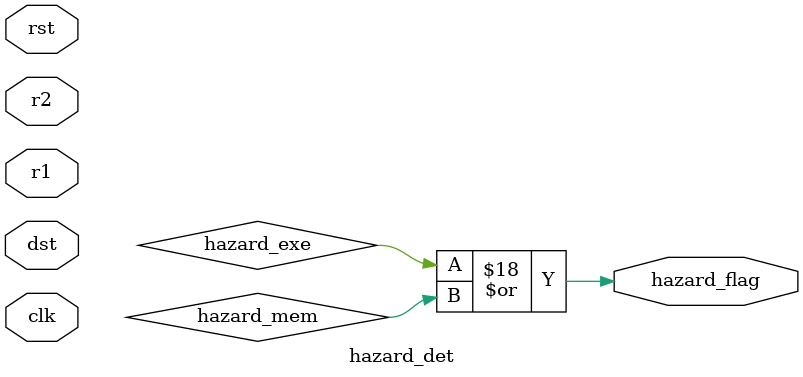
<source format=v>
module hazard_det(
    input clk,
    input rst,
    input [1:0] r1,
    input [1:0] r2,
    input [1:0] dst,
    output hazard_flag
);

reg [1:0] r1_ex, r2_ex, r1_ma, 
    r2_ma, r1_wb, r2_wb, 
    dst_ex, dst_ma, dst_wb;

initial begin
    r1_ex = 2'b0;
    r2_ex = 2'b0;
    r1_ma = 2'b0;
    r2_ma = 2'b0;
    r1_wb = 2'b0;
    r2_wb = 2'b0;
end

//shift register to keep track of sources and destinations
always@(posedge clk) begin
    r1_wb = r1_ma ;
    r1_ma = r1_ex;
    r1_ex = r1;

    r2_ma = r2_ex;
    r2_wb = r2_ma;
    r2_ex = r2;

    dst_wb = dst_ma;
    dst_ma = dst_ex;
    dst_ex = dst;

end

//FLAG: THIS IS PROBABLy INCORRECT

wire hazard_exe, hazard_mem;

// Hazard if decode stage needs a register that is being written in execute stage
assign hazard_ex = exe_reg_write &&
                    ((src_reg1 == exe_dest_reg && exe_dest_reg != 0) ||
                     (src_reg2 == exe_dest_reg && exe_dest_reg != 0));

// Hazard if decode stage needs a register that is being written in memory stage
assign hazard_ma = mem_reg_write &&
                    ((src_reg1 == mem_dest_reg && mem_dest_reg != 0) ||
                     (src_reg2 == mem_dest_reg && mem_dest_reg != 0));

assign hazard_flag = hazard_exe | hazard_mem;

endmodule


</source>
